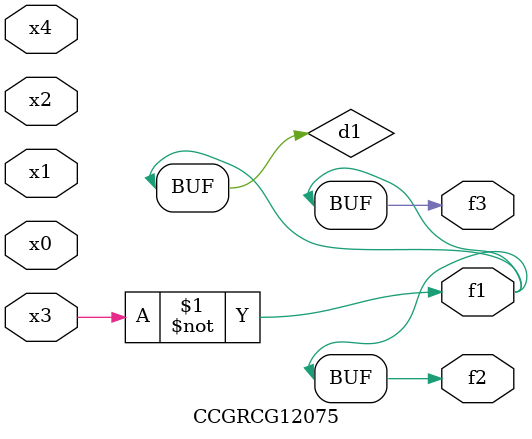
<source format=v>
module CCGRCG12075(
	input x0, x1, x2, x3, x4,
	output f1, f2, f3
);

	wire d1, d2;

	xnor (d1, x3);
	not (d2, x1);
	assign f1 = d1;
	assign f2 = d1;
	assign f3 = d1;
endmodule

</source>
